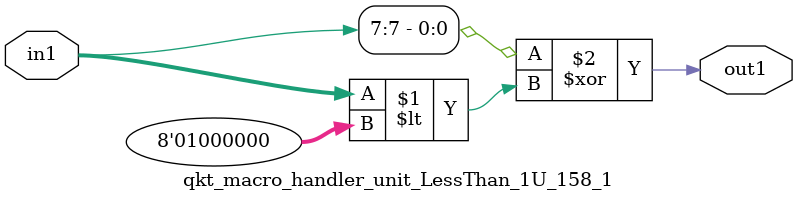
<source format=v>

`timescale 1ps / 1ps


module qkt_macro_handler_unit_LessThan_1U_158_1( in1, out1 );

    input [7:0] in1;
    output out1;

    
    // rtl_process:qkt_macro_handler_unit_LessThan_1U_158_1/qkt_macro_handler_unit_LessThan_1U_158_1_thread_1
    assign out1 = (in1[7] ^ in1 < 8'd064);

endmodule


</source>
